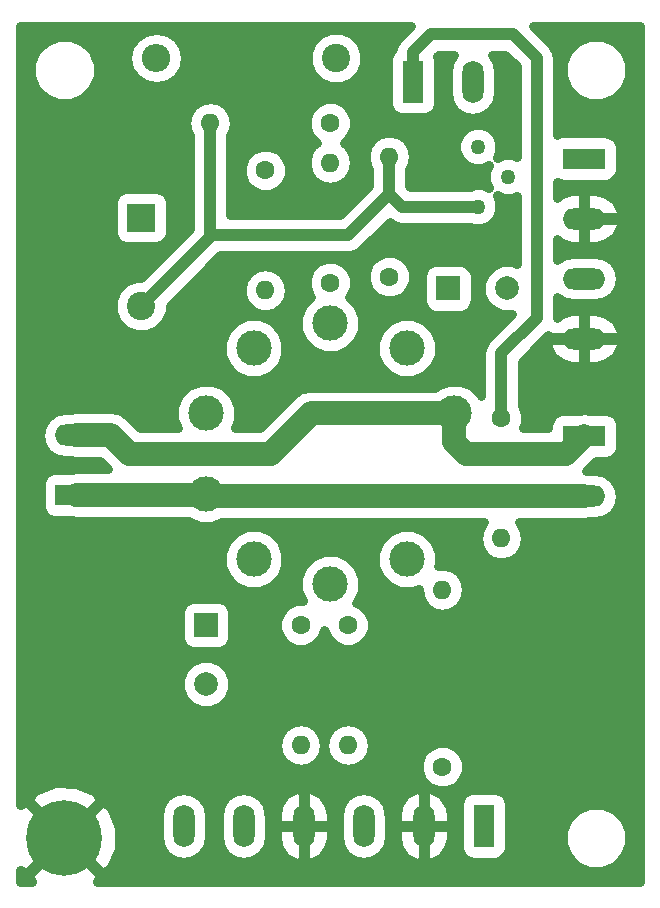
<source format=gbr>
G04 #@! TF.FileFunction,Copper,L1,Top,Signal*
%FSLAX46Y46*%
G04 Gerber Fmt 4.6, Leading zero omitted, Abs format (unit mm)*
G04 Created by KiCad (PCBNEW 4.0.6) date Friday, 28 July 2017 'PMt' 19:46:46*
%MOMM*%
%LPD*%
G01*
G04 APERTURE LIST*
%ADD10C,0.100000*%
%ADD11R,2.400000X2.400000*%
%ADD12C,2.400000*%
%ADD13C,1.600000*%
%ADD14O,1.600000X1.600000*%
%ADD15C,6.400000*%
%ADD16C,1.260000*%
%ADD17R,3.600000X1.800000*%
%ADD18O,3.600000X1.800000*%
%ADD19R,1.800000X3.600000*%
%ADD20O,1.800000X3.600000*%
%ADD21R,2.000000X2.000000*%
%ADD22C,2.000000*%
%ADD23C,3.000000*%
%ADD24O,2.400000X2.400000*%
%ADD25C,1.000000*%
%ADD26C,2.000000*%
%ADD27C,0.800000*%
G04 APERTURE END LIST*
D10*
D11*
X186500000Y-85000000D03*
D12*
X186500000Y-92500000D03*
D13*
X207500000Y-90000000D03*
D14*
X207500000Y-79840000D03*
D15*
X180000000Y-137500000D03*
D13*
X200000000Y-119500000D03*
D14*
X200000000Y-129660000D03*
D16*
X215000000Y-84080000D03*
X217540000Y-81540000D03*
X215000000Y-79000000D03*
D17*
X224000000Y-103500000D03*
D18*
X224000000Y-108580000D03*
D17*
X181000000Y-108500000D03*
D18*
X181000000Y-103420000D03*
D19*
X209500000Y-73500000D03*
D20*
X214580000Y-73500000D03*
D13*
X202500000Y-90500000D03*
D14*
X202500000Y-80340000D03*
D13*
X204000000Y-119500000D03*
D14*
X204000000Y-129660000D03*
D21*
X212500000Y-91000000D03*
D22*
X217500000Y-91000000D03*
D21*
X192000000Y-119500000D03*
D22*
X192000000Y-124500000D03*
D23*
X208989435Y-113931484D03*
X202500041Y-116040367D03*
X196010602Y-113931820D03*
X192000019Y-108411708D03*
X191999956Y-101588329D03*
X196010688Y-96068136D03*
X202499959Y-93959633D03*
X208989398Y-96068180D03*
X212999981Y-101588292D03*
D13*
X202500000Y-77000000D03*
D14*
X192340000Y-77000000D03*
D13*
X212000000Y-131500000D03*
D14*
X212000000Y-116500000D03*
D13*
X197000000Y-81000000D03*
D14*
X197000000Y-91160000D03*
D13*
X217000000Y-102000000D03*
D14*
X217000000Y-112160000D03*
D12*
X203000000Y-71500000D03*
D24*
X187760000Y-71500000D03*
D17*
X224000000Y-80000000D03*
D18*
X224000000Y-85080000D03*
X224000000Y-90160000D03*
X224000000Y-95240000D03*
D19*
X215500000Y-136500000D03*
D20*
X210420000Y-136500000D03*
X205340000Y-136500000D03*
X200260000Y-136500000D03*
X195180000Y-136500000D03*
X190100000Y-136500000D03*
D25*
X215000000Y-84080000D02*
X208580000Y-84080000D01*
X208580000Y-84080000D02*
X207500000Y-83000000D01*
X192340000Y-86500000D02*
X204000000Y-86500000D01*
X207500000Y-83000000D02*
X207500000Y-79840000D01*
X204000000Y-86500000D02*
X207500000Y-83000000D01*
X192340000Y-77000000D02*
X192340000Y-86500000D01*
X192340000Y-86500000D02*
X192340000Y-86660000D01*
X192340000Y-86660000D02*
X186500000Y-92500000D01*
X217000000Y-102000000D02*
X217000000Y-96500000D01*
X209500000Y-71000000D02*
X209500000Y-73500000D01*
X211000000Y-69500000D02*
X209500000Y-71000000D01*
X218000000Y-69500000D02*
X211000000Y-69500000D01*
X220000000Y-71500000D02*
X218000000Y-69500000D01*
X220000000Y-93500000D02*
X220000000Y-71500000D01*
X217000000Y-96500000D02*
X220000000Y-93500000D01*
D26*
X212999981Y-101588292D02*
X212999981Y-103999981D01*
X222500000Y-105000000D02*
X224000000Y-103500000D01*
X214000000Y-105000000D02*
X222500000Y-105000000D01*
X212999981Y-103999981D02*
X214000000Y-105000000D01*
X181000000Y-103420000D02*
X183920000Y-103420000D01*
X200911708Y-101588292D02*
X212999981Y-101588292D01*
X197500000Y-105000000D02*
X200911708Y-101588292D01*
X185500000Y-105000000D02*
X197500000Y-105000000D01*
X183920000Y-103420000D02*
X185500000Y-105000000D01*
X212999981Y-101588292D02*
X212999981Y-101611687D01*
X181000000Y-108500000D02*
X191911727Y-108500000D01*
X191911727Y-108500000D02*
X191991727Y-108580000D01*
X191991727Y-108580000D02*
X224000000Y-108580000D01*
X192168311Y-108580000D02*
X192000019Y-108411708D01*
X191911727Y-108500000D02*
X192000019Y-108411708D01*
X191911727Y-108500000D02*
X192000019Y-108411708D01*
X191911727Y-108500000D02*
X192000019Y-108411708D01*
D27*
G36*
X208297918Y-69797918D02*
X207929405Y-70349438D01*
X207848176Y-70757799D01*
X207746883Y-70822979D01*
X207472886Y-71223986D01*
X207376491Y-71700000D01*
X207376491Y-75300000D01*
X207460166Y-75744693D01*
X207722979Y-76153117D01*
X208123986Y-76427114D01*
X208600000Y-76523509D01*
X210400000Y-76523509D01*
X210844693Y-76439834D01*
X211253117Y-76177021D01*
X211527114Y-75776014D01*
X211623509Y-75300000D01*
X211623509Y-71700000D01*
X211557099Y-71347064D01*
X211704163Y-71200000D01*
X212999061Y-71200000D01*
X212639853Y-71737592D01*
X212480000Y-72541227D01*
X212480000Y-74458773D01*
X212639853Y-75262408D01*
X213095076Y-75943697D01*
X213776365Y-76398920D01*
X214580000Y-76558773D01*
X215383635Y-76398920D01*
X216064924Y-75943697D01*
X216520147Y-75262408D01*
X216680000Y-74458773D01*
X216680000Y-72541227D01*
X216520147Y-71737592D01*
X216160939Y-71200000D01*
X217295836Y-71200000D01*
X218300000Y-72204163D01*
X218300000Y-79874085D01*
X217905607Y-79710318D01*
X217177587Y-79709683D01*
X216585166Y-79954467D01*
X216829682Y-79365607D01*
X216830317Y-78637587D01*
X216552303Y-77964742D01*
X216037965Y-77449506D01*
X215365607Y-77170318D01*
X214637587Y-77169683D01*
X213964742Y-77447697D01*
X213449506Y-77962035D01*
X213170318Y-78634393D01*
X213169683Y-79362413D01*
X213447697Y-80035258D01*
X213962035Y-80550494D01*
X214634393Y-80829682D01*
X215362413Y-80830317D01*
X215954834Y-80585533D01*
X215710318Y-81174393D01*
X215709683Y-81902413D01*
X215954467Y-82494834D01*
X215365607Y-82250318D01*
X214637587Y-82249683D01*
X214322196Y-82380000D01*
X209284163Y-82380000D01*
X209200000Y-82295836D01*
X209200000Y-80865686D01*
X209347759Y-80644549D01*
X209500000Y-79879182D01*
X209500000Y-79800818D01*
X209347759Y-79035451D01*
X208914214Y-78386604D01*
X208265367Y-77953059D01*
X207500000Y-77800818D01*
X206734633Y-77953059D01*
X206085786Y-78386604D01*
X205652241Y-79035451D01*
X205500000Y-79800818D01*
X205500000Y-79879182D01*
X205652241Y-80644549D01*
X205800000Y-80865686D01*
X205800000Y-82295837D01*
X203295836Y-84800000D01*
X194040000Y-84800000D01*
X194040000Y-81396079D01*
X194999654Y-81396079D01*
X195303494Y-82131429D01*
X195865612Y-82694529D01*
X196600430Y-82999652D01*
X197396079Y-83000346D01*
X198131429Y-82696506D01*
X198694529Y-82134388D01*
X198999652Y-81399570D01*
X199000346Y-80603921D01*
X198696506Y-79868571D01*
X198134388Y-79305471D01*
X197399570Y-79000348D01*
X196603921Y-78999654D01*
X195868571Y-79303494D01*
X195305471Y-79865612D01*
X195000348Y-80600430D01*
X194999654Y-81396079D01*
X194040000Y-81396079D01*
X194040000Y-78045144D01*
X194226941Y-77765367D01*
X194300396Y-77396079D01*
X200499654Y-77396079D01*
X200803494Y-78131429D01*
X201365612Y-78694529D01*
X201370321Y-78696484D01*
X201085786Y-78886604D01*
X200652241Y-79535451D01*
X200500000Y-80300818D01*
X200500000Y-80379182D01*
X200652241Y-81144549D01*
X201085786Y-81793396D01*
X201734633Y-82226941D01*
X202500000Y-82379182D01*
X203265367Y-82226941D01*
X203914214Y-81793396D01*
X204347759Y-81144549D01*
X204500000Y-80379182D01*
X204500000Y-80300818D01*
X204347759Y-79535451D01*
X203914214Y-78886604D01*
X203630368Y-78696944D01*
X203631429Y-78696506D01*
X204194529Y-78134388D01*
X204499652Y-77399570D01*
X204500346Y-76603921D01*
X204196506Y-75868571D01*
X203634388Y-75305471D01*
X202899570Y-75000348D01*
X202103921Y-74999654D01*
X201368571Y-75303494D01*
X200805471Y-75865612D01*
X200500348Y-76600430D01*
X200499654Y-77396079D01*
X194300396Y-77396079D01*
X194379182Y-77000000D01*
X194226941Y-76234633D01*
X193793396Y-75585786D01*
X193144549Y-75152241D01*
X192379182Y-75000000D01*
X192300818Y-75000000D01*
X191535451Y-75152241D01*
X190886604Y-75585786D01*
X190453059Y-76234633D01*
X190300818Y-77000000D01*
X190453059Y-77765367D01*
X190640000Y-78045144D01*
X190640000Y-85955837D01*
X186495841Y-90099995D01*
X186024705Y-90099584D01*
X185142285Y-90464192D01*
X184466565Y-91138734D01*
X184100417Y-92020516D01*
X184099584Y-92975295D01*
X184464192Y-93857715D01*
X185138734Y-94533435D01*
X186020516Y-94899583D01*
X186975295Y-94900416D01*
X187857715Y-94535808D01*
X188533435Y-93861266D01*
X188899583Y-92979484D01*
X188899998Y-92504166D01*
X190283345Y-91120818D01*
X195000000Y-91120818D01*
X195000000Y-91199182D01*
X195152241Y-91964549D01*
X195585786Y-92613396D01*
X196234633Y-93046941D01*
X197000000Y-93199182D01*
X197765367Y-93046941D01*
X198414214Y-92613396D01*
X198847759Y-91964549D01*
X199000000Y-91199182D01*
X199000000Y-91120818D01*
X198847759Y-90355451D01*
X198414214Y-89706604D01*
X197765367Y-89273059D01*
X197000000Y-89120818D01*
X196234633Y-89273059D01*
X195585786Y-89706604D01*
X195152241Y-90355451D01*
X195000000Y-91120818D01*
X190283345Y-91120818D01*
X193204163Y-88200000D01*
X203999995Y-88200000D01*
X204000000Y-88200001D01*
X204650562Y-88070595D01*
X205202082Y-87702082D01*
X207524283Y-85379880D01*
X207929438Y-85650595D01*
X208037374Y-85672065D01*
X208580000Y-85780001D01*
X208580005Y-85780000D01*
X214322085Y-85780000D01*
X214634393Y-85909682D01*
X215362413Y-85910317D01*
X216035258Y-85632303D01*
X216550494Y-85117965D01*
X216829682Y-84445607D01*
X216830317Y-83717587D01*
X216585533Y-83125166D01*
X217174393Y-83369682D01*
X217902413Y-83370317D01*
X218300000Y-83206037D01*
X218300000Y-88950064D01*
X217939527Y-88800382D01*
X217064313Y-88799619D01*
X216255428Y-89133843D01*
X215636018Y-89752173D01*
X215300382Y-90560473D01*
X215299619Y-91435687D01*
X215633843Y-92244572D01*
X216252173Y-92863982D01*
X217060473Y-93199618D01*
X217895491Y-93200346D01*
X215797918Y-95297918D01*
X215429405Y-95849438D01*
X215299999Y-96500000D01*
X215300000Y-96500005D01*
X215300000Y-100084426D01*
X215290264Y-100060863D01*
X214531405Y-99300678D01*
X213539400Y-98888762D01*
X212465274Y-98887824D01*
X211472552Y-99298009D01*
X211382111Y-99388292D01*
X200911708Y-99388292D01*
X200069805Y-99555756D01*
X199356073Y-100032657D01*
X196588730Y-102800000D01*
X194420343Y-102800000D01*
X194699486Y-102127748D01*
X194700424Y-101053622D01*
X194290239Y-100060900D01*
X193531380Y-99300715D01*
X192539375Y-98888799D01*
X191465249Y-98887861D01*
X190472527Y-99298046D01*
X189712342Y-100056905D01*
X189300426Y-101048910D01*
X189299488Y-102123036D01*
X189579204Y-102800000D01*
X186411270Y-102800000D01*
X185475635Y-101864365D01*
X184761904Y-101387465D01*
X183920000Y-101220000D01*
X181000000Y-101220000D01*
X180497266Y-101320000D01*
X180041227Y-101320000D01*
X179237592Y-101479853D01*
X178556303Y-101935076D01*
X178101080Y-102616365D01*
X177941227Y-103420000D01*
X178101080Y-104223635D01*
X178556303Y-104904924D01*
X179237592Y-105360147D01*
X180041227Y-105520000D01*
X180497266Y-105520000D01*
X181000000Y-105620000D01*
X183008730Y-105620000D01*
X183688730Y-106300000D01*
X181000000Y-106300000D01*
X180615454Y-106376491D01*
X179200000Y-106376491D01*
X178755307Y-106460166D01*
X178346883Y-106722979D01*
X178072886Y-107123986D01*
X177976491Y-107600000D01*
X177976491Y-109400000D01*
X178060166Y-109844693D01*
X178322979Y-110253117D01*
X178723986Y-110527114D01*
X179200000Y-110623509D01*
X180615454Y-110623509D01*
X181000000Y-110700000D01*
X190470228Y-110700000D01*
X191460600Y-111111238D01*
X192534726Y-111112176D01*
X193338652Y-110780000D01*
X215536744Y-110780000D01*
X215152241Y-111355451D01*
X215000000Y-112120818D01*
X215000000Y-112199182D01*
X215152241Y-112964549D01*
X215585786Y-113613396D01*
X216234633Y-114046941D01*
X217000000Y-114199182D01*
X217765367Y-114046941D01*
X218414214Y-113613396D01*
X218847759Y-112964549D01*
X219000000Y-112199182D01*
X219000000Y-112120818D01*
X218847759Y-111355451D01*
X218463256Y-110780000D01*
X224000000Y-110780000D01*
X224502734Y-110680000D01*
X224958773Y-110680000D01*
X225762408Y-110520147D01*
X226443697Y-110064924D01*
X226898920Y-109383635D01*
X227058773Y-108580000D01*
X226898920Y-107776365D01*
X226443697Y-107095076D01*
X225762408Y-106639853D01*
X224958773Y-106480000D01*
X224502734Y-106480000D01*
X224192900Y-106418370D01*
X224987761Y-105623509D01*
X225800000Y-105623509D01*
X226244693Y-105539834D01*
X226653117Y-105277021D01*
X226927114Y-104876014D01*
X227023509Y-104400000D01*
X227023509Y-102600000D01*
X226939834Y-102155307D01*
X226677021Y-101746883D01*
X226276014Y-101472886D01*
X225800000Y-101376491D01*
X224384546Y-101376491D01*
X224000000Y-101300000D01*
X223615454Y-101376491D01*
X222200000Y-101376491D01*
X221755307Y-101460166D01*
X221346883Y-101722979D01*
X221072886Y-102123986D01*
X220976491Y-102600000D01*
X220976491Y-102800000D01*
X218833379Y-102800000D01*
X218999652Y-102399570D01*
X219000346Y-101603921D01*
X218700000Y-100877027D01*
X218700000Y-97204164D01*
X220205935Y-95698228D01*
X220846108Y-95698228D01*
X220936808Y-96027784D01*
X221402943Y-96795635D01*
X222127440Y-97326655D01*
X223000000Y-97540000D01*
X223900000Y-97540000D01*
X223900000Y-95340000D01*
X224100000Y-95340000D01*
X224100000Y-97540000D01*
X225000000Y-97540000D01*
X225872560Y-97326655D01*
X226597057Y-96795635D01*
X227063192Y-96027784D01*
X227153892Y-95698228D01*
X226847434Y-95340000D01*
X224100000Y-95340000D01*
X223900000Y-95340000D01*
X221152566Y-95340000D01*
X220846108Y-95698228D01*
X220205935Y-95698228D01*
X220973490Y-94930673D01*
X221152566Y-95140000D01*
X223900000Y-95140000D01*
X223900000Y-92940000D01*
X224100000Y-92940000D01*
X224100000Y-95140000D01*
X226847434Y-95140000D01*
X227153892Y-94781772D01*
X227063192Y-94452216D01*
X226597057Y-93684365D01*
X225872560Y-93153345D01*
X225000000Y-92940000D01*
X224100000Y-92940000D01*
X223900000Y-92940000D01*
X223000000Y-92940000D01*
X222127440Y-93153345D01*
X221700000Y-93466637D01*
X221700000Y-91740939D01*
X222237592Y-92100147D01*
X223041227Y-92260000D01*
X224958773Y-92260000D01*
X225762408Y-92100147D01*
X226443697Y-91644924D01*
X226898920Y-90963635D01*
X227058773Y-90160000D01*
X226898920Y-89356365D01*
X226443697Y-88675076D01*
X225762408Y-88219853D01*
X224958773Y-88060000D01*
X223041227Y-88060000D01*
X222237592Y-88219853D01*
X221700000Y-88579061D01*
X221700000Y-86853363D01*
X222127440Y-87166655D01*
X223000000Y-87380000D01*
X223900000Y-87380000D01*
X223900000Y-85180000D01*
X224100000Y-85180000D01*
X224100000Y-87380000D01*
X225000000Y-87380000D01*
X225872560Y-87166655D01*
X226597057Y-86635635D01*
X227063192Y-85867784D01*
X227153892Y-85538228D01*
X226847434Y-85180000D01*
X224100000Y-85180000D01*
X223900000Y-85180000D01*
X223880000Y-85180000D01*
X223880000Y-84980000D01*
X223900000Y-84980000D01*
X223900000Y-82780000D01*
X224100000Y-82780000D01*
X224100000Y-84980000D01*
X226847434Y-84980000D01*
X227153892Y-84621772D01*
X227063192Y-84292216D01*
X226597057Y-83524365D01*
X225872560Y-82993345D01*
X225000000Y-82780000D01*
X224100000Y-82780000D01*
X223900000Y-82780000D01*
X223000000Y-82780000D01*
X222127440Y-82993345D01*
X221700000Y-83306637D01*
X221700000Y-82010725D01*
X221723986Y-82027114D01*
X222200000Y-82123509D01*
X225800000Y-82123509D01*
X226244693Y-82039834D01*
X226653117Y-81777021D01*
X226927114Y-81376014D01*
X227023509Y-80900000D01*
X227023509Y-79100000D01*
X226939834Y-78655307D01*
X226677021Y-78246883D01*
X226276014Y-77972886D01*
X225800000Y-77876491D01*
X222200000Y-77876491D01*
X221755307Y-77960166D01*
X221700000Y-77995755D01*
X221700000Y-73054511D01*
X222199515Y-73054511D01*
X222624892Y-74084000D01*
X223411857Y-74872340D01*
X224440602Y-75299513D01*
X225554511Y-75300485D01*
X226584000Y-74875108D01*
X227372340Y-74088143D01*
X227799513Y-73059398D01*
X227800485Y-71945489D01*
X227375108Y-70916000D01*
X226588143Y-70127660D01*
X225559398Y-69700487D01*
X224445489Y-69699515D01*
X223416000Y-70124892D01*
X222627660Y-70911857D01*
X222200487Y-71940602D01*
X222199515Y-73054511D01*
X221700000Y-73054511D01*
X221700000Y-71500005D01*
X221700001Y-71500000D01*
X221570595Y-70849438D01*
X221472135Y-70702082D01*
X221202082Y-70297918D01*
X221202079Y-70297916D01*
X219679164Y-68775000D01*
X228725000Y-68775000D01*
X228725000Y-141225000D01*
X182732734Y-141225000D01*
X182997402Y-140638824D01*
X180000000Y-137641421D01*
X177002598Y-140638824D01*
X177267266Y-141225000D01*
X176275000Y-141225000D01*
X176275000Y-140232734D01*
X176861176Y-140497402D01*
X179858579Y-137500000D01*
X180141421Y-137500000D01*
X183138824Y-140497402D01*
X183852302Y-140175255D01*
X184582839Y-138497402D01*
X184615681Y-136667703D01*
X184172593Y-135541227D01*
X188000000Y-135541227D01*
X188000000Y-137458773D01*
X188159853Y-138262408D01*
X188615076Y-138943697D01*
X189296365Y-139398920D01*
X190100000Y-139558773D01*
X190903635Y-139398920D01*
X191584924Y-138943697D01*
X192040147Y-138262408D01*
X192200000Y-137458773D01*
X192200000Y-135541227D01*
X193080000Y-135541227D01*
X193080000Y-137458773D01*
X193239853Y-138262408D01*
X193695076Y-138943697D01*
X194376365Y-139398920D01*
X195180000Y-139558773D01*
X195983635Y-139398920D01*
X196664924Y-138943697D01*
X197120147Y-138262408D01*
X197280000Y-137458773D01*
X197280000Y-136600000D01*
X197960000Y-136600000D01*
X197960000Y-137500000D01*
X198173345Y-138372560D01*
X198704365Y-139097057D01*
X199472216Y-139563192D01*
X199801772Y-139653892D01*
X200160000Y-139347434D01*
X200160000Y-136600000D01*
X200360000Y-136600000D01*
X200360000Y-139347434D01*
X200718228Y-139653892D01*
X201047784Y-139563192D01*
X201815635Y-139097057D01*
X202346655Y-138372560D01*
X202560000Y-137500000D01*
X202560000Y-136600000D01*
X200360000Y-136600000D01*
X200160000Y-136600000D01*
X197960000Y-136600000D01*
X197280000Y-136600000D01*
X197280000Y-135541227D01*
X197271800Y-135500000D01*
X197960000Y-135500000D01*
X197960000Y-136400000D01*
X200160000Y-136400000D01*
X200160000Y-133652566D01*
X200360000Y-133652566D01*
X200360000Y-136400000D01*
X202560000Y-136400000D01*
X202560000Y-135541227D01*
X203240000Y-135541227D01*
X203240000Y-137458773D01*
X203399853Y-138262408D01*
X203855076Y-138943697D01*
X204536365Y-139398920D01*
X205340000Y-139558773D01*
X206143635Y-139398920D01*
X206824924Y-138943697D01*
X207280147Y-138262408D01*
X207440000Y-137458773D01*
X207440000Y-136600000D01*
X208120000Y-136600000D01*
X208120000Y-137500000D01*
X208333345Y-138372560D01*
X208864365Y-139097057D01*
X209632216Y-139563192D01*
X209961772Y-139653892D01*
X210320000Y-139347434D01*
X210320000Y-136600000D01*
X210520000Y-136600000D01*
X210520000Y-139347434D01*
X210878228Y-139653892D01*
X211207784Y-139563192D01*
X211975635Y-139097057D01*
X212506655Y-138372560D01*
X212720000Y-137500000D01*
X212720000Y-136600000D01*
X210520000Y-136600000D01*
X210320000Y-136600000D01*
X208120000Y-136600000D01*
X207440000Y-136600000D01*
X207440000Y-135541227D01*
X207431800Y-135500000D01*
X208120000Y-135500000D01*
X208120000Y-136400000D01*
X210320000Y-136400000D01*
X210320000Y-133652566D01*
X210520000Y-133652566D01*
X210520000Y-136400000D01*
X212720000Y-136400000D01*
X212720000Y-135500000D01*
X212524397Y-134700000D01*
X213376491Y-134700000D01*
X213376491Y-138300000D01*
X213460166Y-138744693D01*
X213722979Y-139153117D01*
X214123986Y-139427114D01*
X214600000Y-139523509D01*
X216400000Y-139523509D01*
X216844693Y-139439834D01*
X217253117Y-139177021D01*
X217527114Y-138776014D01*
X217623509Y-138300000D01*
X217623509Y-138054511D01*
X222199515Y-138054511D01*
X222624892Y-139084000D01*
X223411857Y-139872340D01*
X224440602Y-140299513D01*
X225554511Y-140300485D01*
X226584000Y-139875108D01*
X227372340Y-139088143D01*
X227799513Y-138059398D01*
X227800485Y-136945489D01*
X227375108Y-135916000D01*
X226588143Y-135127660D01*
X225559398Y-134700487D01*
X224445489Y-134699515D01*
X223416000Y-135124892D01*
X222627660Y-135911857D01*
X222200487Y-136940602D01*
X222199515Y-138054511D01*
X217623509Y-138054511D01*
X217623509Y-134700000D01*
X217539834Y-134255307D01*
X217277021Y-133846883D01*
X216876014Y-133572886D01*
X216400000Y-133476491D01*
X214600000Y-133476491D01*
X214155307Y-133560166D01*
X213746883Y-133822979D01*
X213472886Y-134223986D01*
X213376491Y-134700000D01*
X212524397Y-134700000D01*
X212506655Y-134627440D01*
X211975635Y-133902943D01*
X211207784Y-133436808D01*
X210878228Y-133346108D01*
X210520000Y-133652566D01*
X210320000Y-133652566D01*
X209961772Y-133346108D01*
X209632216Y-133436808D01*
X208864365Y-133902943D01*
X208333345Y-134627440D01*
X208120000Y-135500000D01*
X207431800Y-135500000D01*
X207280147Y-134737592D01*
X206824924Y-134056303D01*
X206143635Y-133601080D01*
X205340000Y-133441227D01*
X204536365Y-133601080D01*
X203855076Y-134056303D01*
X203399853Y-134737592D01*
X203240000Y-135541227D01*
X202560000Y-135541227D01*
X202560000Y-135500000D01*
X202346655Y-134627440D01*
X201815635Y-133902943D01*
X201047784Y-133436808D01*
X200718228Y-133346108D01*
X200360000Y-133652566D01*
X200160000Y-133652566D01*
X199801772Y-133346108D01*
X199472216Y-133436808D01*
X198704365Y-133902943D01*
X198173345Y-134627440D01*
X197960000Y-135500000D01*
X197271800Y-135500000D01*
X197120147Y-134737592D01*
X196664924Y-134056303D01*
X195983635Y-133601080D01*
X195180000Y-133441227D01*
X194376365Y-133601080D01*
X193695076Y-134056303D01*
X193239853Y-134737592D01*
X193080000Y-135541227D01*
X192200000Y-135541227D01*
X192040147Y-134737592D01*
X191584924Y-134056303D01*
X190903635Y-133601080D01*
X190100000Y-133441227D01*
X189296365Y-133601080D01*
X188615076Y-134056303D01*
X188159853Y-134737592D01*
X188000000Y-135541227D01*
X184172593Y-135541227D01*
X183945826Y-134964713D01*
X183852302Y-134824745D01*
X183138824Y-134502598D01*
X180141421Y-137500000D01*
X179858579Y-137500000D01*
X176861176Y-134502598D01*
X176275000Y-134767266D01*
X176275000Y-134361176D01*
X177002598Y-134361176D01*
X180000000Y-137358579D01*
X182997402Y-134361176D01*
X182675255Y-133647698D01*
X180997402Y-132917161D01*
X179167703Y-132884319D01*
X177464713Y-133554174D01*
X177324745Y-133647698D01*
X177002598Y-134361176D01*
X176275000Y-134361176D01*
X176275000Y-131896079D01*
X209999654Y-131896079D01*
X210303494Y-132631429D01*
X210865612Y-133194529D01*
X211600430Y-133499652D01*
X212396079Y-133500346D01*
X213131429Y-133196506D01*
X213694529Y-132634388D01*
X213999652Y-131899570D01*
X214000346Y-131103921D01*
X213696506Y-130368571D01*
X213134388Y-129805471D01*
X212399570Y-129500348D01*
X211603921Y-129499654D01*
X210868571Y-129803494D01*
X210305471Y-130365612D01*
X210000348Y-131100430D01*
X209999654Y-131896079D01*
X176275000Y-131896079D01*
X176275000Y-129620818D01*
X198000000Y-129620818D01*
X198000000Y-129699182D01*
X198152241Y-130464549D01*
X198585786Y-131113396D01*
X199234633Y-131546941D01*
X200000000Y-131699182D01*
X200765367Y-131546941D01*
X201414214Y-131113396D01*
X201847759Y-130464549D01*
X202000000Y-129699182D01*
X202152241Y-130464549D01*
X202585786Y-131113396D01*
X203234633Y-131546941D01*
X204000000Y-131699182D01*
X204765367Y-131546941D01*
X205414214Y-131113396D01*
X205847759Y-130464549D01*
X206000000Y-129699182D01*
X206000000Y-129620818D01*
X205847759Y-128855451D01*
X205414214Y-128206604D01*
X204765367Y-127773059D01*
X204000000Y-127620818D01*
X203234633Y-127773059D01*
X202585786Y-128206604D01*
X202152241Y-128855451D01*
X202000000Y-129620818D01*
X201847759Y-128855451D01*
X201414214Y-128206604D01*
X200765367Y-127773059D01*
X200000000Y-127620818D01*
X199234633Y-127773059D01*
X198585786Y-128206604D01*
X198152241Y-128855451D01*
X198000000Y-129620818D01*
X176275000Y-129620818D01*
X176275000Y-124935687D01*
X189799619Y-124935687D01*
X190133843Y-125744572D01*
X190752173Y-126363982D01*
X191560473Y-126699618D01*
X192435687Y-126700381D01*
X193244572Y-126366157D01*
X193863982Y-125747827D01*
X194199618Y-124939527D01*
X194200381Y-124064313D01*
X193866157Y-123255428D01*
X193247827Y-122636018D01*
X192439527Y-122300382D01*
X191564313Y-122299619D01*
X190755428Y-122633843D01*
X190136018Y-123252173D01*
X189800382Y-124060473D01*
X189799619Y-124935687D01*
X176275000Y-124935687D01*
X176275000Y-118500000D01*
X189776491Y-118500000D01*
X189776491Y-120500000D01*
X189860166Y-120944693D01*
X190122979Y-121353117D01*
X190523986Y-121627114D01*
X191000000Y-121723509D01*
X193000000Y-121723509D01*
X193444693Y-121639834D01*
X193853117Y-121377021D01*
X194127114Y-120976014D01*
X194223509Y-120500000D01*
X194223509Y-119896079D01*
X197999654Y-119896079D01*
X198303494Y-120631429D01*
X198865612Y-121194529D01*
X199600430Y-121499652D01*
X200396079Y-121500346D01*
X201131429Y-121196506D01*
X201694529Y-120634388D01*
X201999652Y-119899570D01*
X201999655Y-119896082D01*
X202303494Y-120631429D01*
X202865612Y-121194529D01*
X203600430Y-121499652D01*
X204396079Y-121500346D01*
X205131429Y-121196506D01*
X205694529Y-120634388D01*
X205999652Y-119899570D01*
X206000346Y-119103921D01*
X205696506Y-118368571D01*
X205134388Y-117805471D01*
X204724192Y-117635143D01*
X204787655Y-117571791D01*
X205199571Y-116579786D01*
X205200509Y-115505660D01*
X204790324Y-114512938D01*
X204743659Y-114466191D01*
X206288967Y-114466191D01*
X206699152Y-115458913D01*
X207458011Y-116219098D01*
X208450016Y-116631014D01*
X209524142Y-116631952D01*
X210005524Y-116433049D01*
X210000000Y-116460818D01*
X210000000Y-116539182D01*
X210152241Y-117304549D01*
X210585786Y-117953396D01*
X211234633Y-118386941D01*
X212000000Y-118539182D01*
X212765367Y-118386941D01*
X213414214Y-117953396D01*
X213847759Y-117304549D01*
X214000000Y-116539182D01*
X214000000Y-116460818D01*
X213847759Y-115695451D01*
X213414214Y-115046604D01*
X212765367Y-114613059D01*
X212000000Y-114460818D01*
X211665527Y-114527349D01*
X211688965Y-114470903D01*
X211689903Y-113396777D01*
X211279718Y-112404055D01*
X210520859Y-111643870D01*
X209528854Y-111231954D01*
X208454728Y-111231016D01*
X207462006Y-111641201D01*
X206701821Y-112400060D01*
X206289905Y-113392065D01*
X206288967Y-114466191D01*
X204743659Y-114466191D01*
X204031465Y-113752753D01*
X203039460Y-113340837D01*
X201965334Y-113339899D01*
X200972612Y-113750084D01*
X200212427Y-114508943D01*
X199800511Y-115500948D01*
X199799573Y-116575074D01*
X200181811Y-117500158D01*
X199603921Y-117499654D01*
X198868571Y-117803494D01*
X198305471Y-118365612D01*
X198000348Y-119100430D01*
X197999654Y-119896079D01*
X194223509Y-119896079D01*
X194223509Y-118500000D01*
X194139834Y-118055307D01*
X193877021Y-117646883D01*
X193476014Y-117372886D01*
X193000000Y-117276491D01*
X191000000Y-117276491D01*
X190555307Y-117360166D01*
X190146883Y-117622979D01*
X189872886Y-118023986D01*
X189776491Y-118500000D01*
X176275000Y-118500000D01*
X176275000Y-114466527D01*
X193310134Y-114466527D01*
X193720319Y-115459249D01*
X194479178Y-116219434D01*
X195471183Y-116631350D01*
X196545309Y-116632288D01*
X197538031Y-116222103D01*
X198298216Y-115463244D01*
X198710132Y-114471239D01*
X198711070Y-113397113D01*
X198300885Y-112404391D01*
X197542026Y-111644206D01*
X196550021Y-111232290D01*
X195475895Y-111231352D01*
X194483173Y-111641537D01*
X193722988Y-112400396D01*
X193311072Y-113392401D01*
X193310134Y-114466527D01*
X176275000Y-114466527D01*
X176275000Y-96602843D01*
X193310220Y-96602843D01*
X193720405Y-97595565D01*
X194479264Y-98355750D01*
X195471269Y-98767666D01*
X196545395Y-98768604D01*
X197538117Y-98358419D01*
X198298302Y-97599560D01*
X198710218Y-96607555D01*
X198711156Y-95533429D01*
X198300971Y-94540707D01*
X198254685Y-94494340D01*
X199799491Y-94494340D01*
X200209676Y-95487062D01*
X200968535Y-96247247D01*
X201960540Y-96659163D01*
X203034666Y-96660101D01*
X203173134Y-96602887D01*
X206288930Y-96602887D01*
X206699115Y-97595609D01*
X207457974Y-98355794D01*
X208449979Y-98767710D01*
X209524105Y-98768648D01*
X210516827Y-98358463D01*
X211277012Y-97599604D01*
X211688928Y-96607599D01*
X211689866Y-95533473D01*
X211279681Y-94540751D01*
X210520822Y-93780566D01*
X209528817Y-93368650D01*
X208454691Y-93367712D01*
X207461969Y-93777897D01*
X206701784Y-94536756D01*
X206289868Y-95528761D01*
X206288930Y-96602887D01*
X203173134Y-96602887D01*
X204027388Y-96249916D01*
X204787573Y-95491057D01*
X205199489Y-94499052D01*
X205200427Y-93424926D01*
X204790242Y-92432204D01*
X204093998Y-91734744D01*
X204194529Y-91634388D01*
X204499652Y-90899570D01*
X204500091Y-90396079D01*
X205499654Y-90396079D01*
X205803494Y-91131429D01*
X206365612Y-91694529D01*
X207100430Y-91999652D01*
X207896079Y-92000346D01*
X208631429Y-91696506D01*
X209194529Y-91134388D01*
X209499652Y-90399570D01*
X209500000Y-90000000D01*
X210276491Y-90000000D01*
X210276491Y-92000000D01*
X210360166Y-92444693D01*
X210622979Y-92853117D01*
X211023986Y-93127114D01*
X211500000Y-93223509D01*
X213500000Y-93223509D01*
X213944693Y-93139834D01*
X214353117Y-92877021D01*
X214627114Y-92476014D01*
X214723509Y-92000000D01*
X214723509Y-90000000D01*
X214639834Y-89555307D01*
X214377021Y-89146883D01*
X213976014Y-88872886D01*
X213500000Y-88776491D01*
X211500000Y-88776491D01*
X211055307Y-88860166D01*
X210646883Y-89122979D01*
X210372886Y-89523986D01*
X210276491Y-90000000D01*
X209500000Y-90000000D01*
X209500346Y-89603921D01*
X209196506Y-88868571D01*
X208634388Y-88305471D01*
X207899570Y-88000348D01*
X207103921Y-87999654D01*
X206368571Y-88303494D01*
X205805471Y-88865612D01*
X205500348Y-89600430D01*
X205499654Y-90396079D01*
X204500091Y-90396079D01*
X204500346Y-90103921D01*
X204196506Y-89368571D01*
X203634388Y-88805471D01*
X202899570Y-88500348D01*
X202103921Y-88499654D01*
X201368571Y-88803494D01*
X200805471Y-89365612D01*
X200500348Y-90100430D01*
X200499654Y-90896079D01*
X200803494Y-91631429D01*
X200906825Y-91734940D01*
X200212345Y-92428209D01*
X199800429Y-93420214D01*
X199799491Y-94494340D01*
X198254685Y-94494340D01*
X197542112Y-93780522D01*
X196550107Y-93368606D01*
X195475981Y-93367668D01*
X194483259Y-93777853D01*
X193723074Y-94536712D01*
X193311158Y-95528717D01*
X193310220Y-96602843D01*
X176275000Y-96602843D01*
X176275000Y-83800000D01*
X184076491Y-83800000D01*
X184076491Y-86200000D01*
X184160166Y-86644693D01*
X184422979Y-87053117D01*
X184823986Y-87327114D01*
X185300000Y-87423509D01*
X187700000Y-87423509D01*
X188144693Y-87339834D01*
X188553117Y-87077021D01*
X188827114Y-86676014D01*
X188923509Y-86200000D01*
X188923509Y-83800000D01*
X188839834Y-83355307D01*
X188577021Y-82946883D01*
X188176014Y-82672886D01*
X187700000Y-82576491D01*
X185300000Y-82576491D01*
X184855307Y-82660166D01*
X184446883Y-82922979D01*
X184172886Y-83323986D01*
X184076491Y-83800000D01*
X176275000Y-83800000D01*
X176275000Y-73054511D01*
X177199515Y-73054511D01*
X177624892Y-74084000D01*
X178411857Y-74872340D01*
X179440602Y-75299513D01*
X180554511Y-75300485D01*
X181584000Y-74875108D01*
X182372340Y-74088143D01*
X182799513Y-73059398D01*
X182800485Y-71945489D01*
X182616413Y-71500000D01*
X185312981Y-71500000D01*
X185495670Y-72418440D01*
X186015925Y-73197056D01*
X186794541Y-73717311D01*
X187712981Y-73900000D01*
X187807019Y-73900000D01*
X188725459Y-73717311D01*
X189504075Y-73197056D01*
X190024330Y-72418440D01*
X190112476Y-71975295D01*
X200599584Y-71975295D01*
X200964192Y-72857715D01*
X201638734Y-73533435D01*
X202520516Y-73899583D01*
X203475295Y-73900416D01*
X204357715Y-73535808D01*
X205033435Y-72861266D01*
X205399583Y-71979484D01*
X205400416Y-71024705D01*
X205035808Y-70142285D01*
X204361266Y-69466565D01*
X203479484Y-69100417D01*
X202524705Y-69099584D01*
X201642285Y-69464192D01*
X200966565Y-70138734D01*
X200600417Y-71020516D01*
X200599584Y-71975295D01*
X190112476Y-71975295D01*
X190207019Y-71500000D01*
X190024330Y-70581560D01*
X189504075Y-69802944D01*
X188725459Y-69282689D01*
X187807019Y-69100000D01*
X187712981Y-69100000D01*
X186794541Y-69282689D01*
X186015925Y-69802944D01*
X185495670Y-70581560D01*
X185312981Y-71500000D01*
X182616413Y-71500000D01*
X182375108Y-70916000D01*
X181588143Y-70127660D01*
X180559398Y-69700487D01*
X179445489Y-69699515D01*
X178416000Y-70124892D01*
X177627660Y-70911857D01*
X177200487Y-71940602D01*
X177199515Y-73054511D01*
X176275000Y-73054511D01*
X176275000Y-68775000D01*
X209320837Y-68775000D01*
X208297918Y-69797918D01*
X208297918Y-69797918D01*
G37*
X208297918Y-69797918D02*
X207929405Y-70349438D01*
X207848176Y-70757799D01*
X207746883Y-70822979D01*
X207472886Y-71223986D01*
X207376491Y-71700000D01*
X207376491Y-75300000D01*
X207460166Y-75744693D01*
X207722979Y-76153117D01*
X208123986Y-76427114D01*
X208600000Y-76523509D01*
X210400000Y-76523509D01*
X210844693Y-76439834D01*
X211253117Y-76177021D01*
X211527114Y-75776014D01*
X211623509Y-75300000D01*
X211623509Y-71700000D01*
X211557099Y-71347064D01*
X211704163Y-71200000D01*
X212999061Y-71200000D01*
X212639853Y-71737592D01*
X212480000Y-72541227D01*
X212480000Y-74458773D01*
X212639853Y-75262408D01*
X213095076Y-75943697D01*
X213776365Y-76398920D01*
X214580000Y-76558773D01*
X215383635Y-76398920D01*
X216064924Y-75943697D01*
X216520147Y-75262408D01*
X216680000Y-74458773D01*
X216680000Y-72541227D01*
X216520147Y-71737592D01*
X216160939Y-71200000D01*
X217295836Y-71200000D01*
X218300000Y-72204163D01*
X218300000Y-79874085D01*
X217905607Y-79710318D01*
X217177587Y-79709683D01*
X216585166Y-79954467D01*
X216829682Y-79365607D01*
X216830317Y-78637587D01*
X216552303Y-77964742D01*
X216037965Y-77449506D01*
X215365607Y-77170318D01*
X214637587Y-77169683D01*
X213964742Y-77447697D01*
X213449506Y-77962035D01*
X213170318Y-78634393D01*
X213169683Y-79362413D01*
X213447697Y-80035258D01*
X213962035Y-80550494D01*
X214634393Y-80829682D01*
X215362413Y-80830317D01*
X215954834Y-80585533D01*
X215710318Y-81174393D01*
X215709683Y-81902413D01*
X215954467Y-82494834D01*
X215365607Y-82250318D01*
X214637587Y-82249683D01*
X214322196Y-82380000D01*
X209284163Y-82380000D01*
X209200000Y-82295836D01*
X209200000Y-80865686D01*
X209347759Y-80644549D01*
X209500000Y-79879182D01*
X209500000Y-79800818D01*
X209347759Y-79035451D01*
X208914214Y-78386604D01*
X208265367Y-77953059D01*
X207500000Y-77800818D01*
X206734633Y-77953059D01*
X206085786Y-78386604D01*
X205652241Y-79035451D01*
X205500000Y-79800818D01*
X205500000Y-79879182D01*
X205652241Y-80644549D01*
X205800000Y-80865686D01*
X205800000Y-82295837D01*
X203295836Y-84800000D01*
X194040000Y-84800000D01*
X194040000Y-81396079D01*
X194999654Y-81396079D01*
X195303494Y-82131429D01*
X195865612Y-82694529D01*
X196600430Y-82999652D01*
X197396079Y-83000346D01*
X198131429Y-82696506D01*
X198694529Y-82134388D01*
X198999652Y-81399570D01*
X199000346Y-80603921D01*
X198696506Y-79868571D01*
X198134388Y-79305471D01*
X197399570Y-79000348D01*
X196603921Y-78999654D01*
X195868571Y-79303494D01*
X195305471Y-79865612D01*
X195000348Y-80600430D01*
X194999654Y-81396079D01*
X194040000Y-81396079D01*
X194040000Y-78045144D01*
X194226941Y-77765367D01*
X194300396Y-77396079D01*
X200499654Y-77396079D01*
X200803494Y-78131429D01*
X201365612Y-78694529D01*
X201370321Y-78696484D01*
X201085786Y-78886604D01*
X200652241Y-79535451D01*
X200500000Y-80300818D01*
X200500000Y-80379182D01*
X200652241Y-81144549D01*
X201085786Y-81793396D01*
X201734633Y-82226941D01*
X202500000Y-82379182D01*
X203265367Y-82226941D01*
X203914214Y-81793396D01*
X204347759Y-81144549D01*
X204500000Y-80379182D01*
X204500000Y-80300818D01*
X204347759Y-79535451D01*
X203914214Y-78886604D01*
X203630368Y-78696944D01*
X203631429Y-78696506D01*
X204194529Y-78134388D01*
X204499652Y-77399570D01*
X204500346Y-76603921D01*
X204196506Y-75868571D01*
X203634388Y-75305471D01*
X202899570Y-75000348D01*
X202103921Y-74999654D01*
X201368571Y-75303494D01*
X200805471Y-75865612D01*
X200500348Y-76600430D01*
X200499654Y-77396079D01*
X194300396Y-77396079D01*
X194379182Y-77000000D01*
X194226941Y-76234633D01*
X193793396Y-75585786D01*
X193144549Y-75152241D01*
X192379182Y-75000000D01*
X192300818Y-75000000D01*
X191535451Y-75152241D01*
X190886604Y-75585786D01*
X190453059Y-76234633D01*
X190300818Y-77000000D01*
X190453059Y-77765367D01*
X190640000Y-78045144D01*
X190640000Y-85955837D01*
X186495841Y-90099995D01*
X186024705Y-90099584D01*
X185142285Y-90464192D01*
X184466565Y-91138734D01*
X184100417Y-92020516D01*
X184099584Y-92975295D01*
X184464192Y-93857715D01*
X185138734Y-94533435D01*
X186020516Y-94899583D01*
X186975295Y-94900416D01*
X187857715Y-94535808D01*
X188533435Y-93861266D01*
X188899583Y-92979484D01*
X188899998Y-92504166D01*
X190283345Y-91120818D01*
X195000000Y-91120818D01*
X195000000Y-91199182D01*
X195152241Y-91964549D01*
X195585786Y-92613396D01*
X196234633Y-93046941D01*
X197000000Y-93199182D01*
X197765367Y-93046941D01*
X198414214Y-92613396D01*
X198847759Y-91964549D01*
X199000000Y-91199182D01*
X199000000Y-91120818D01*
X198847759Y-90355451D01*
X198414214Y-89706604D01*
X197765367Y-89273059D01*
X197000000Y-89120818D01*
X196234633Y-89273059D01*
X195585786Y-89706604D01*
X195152241Y-90355451D01*
X195000000Y-91120818D01*
X190283345Y-91120818D01*
X193204163Y-88200000D01*
X203999995Y-88200000D01*
X204000000Y-88200001D01*
X204650562Y-88070595D01*
X205202082Y-87702082D01*
X207524283Y-85379880D01*
X207929438Y-85650595D01*
X208037374Y-85672065D01*
X208580000Y-85780001D01*
X208580005Y-85780000D01*
X214322085Y-85780000D01*
X214634393Y-85909682D01*
X215362413Y-85910317D01*
X216035258Y-85632303D01*
X216550494Y-85117965D01*
X216829682Y-84445607D01*
X216830317Y-83717587D01*
X216585533Y-83125166D01*
X217174393Y-83369682D01*
X217902413Y-83370317D01*
X218300000Y-83206037D01*
X218300000Y-88950064D01*
X217939527Y-88800382D01*
X217064313Y-88799619D01*
X216255428Y-89133843D01*
X215636018Y-89752173D01*
X215300382Y-90560473D01*
X215299619Y-91435687D01*
X215633843Y-92244572D01*
X216252173Y-92863982D01*
X217060473Y-93199618D01*
X217895491Y-93200346D01*
X215797918Y-95297918D01*
X215429405Y-95849438D01*
X215299999Y-96500000D01*
X215300000Y-96500005D01*
X215300000Y-100084426D01*
X215290264Y-100060863D01*
X214531405Y-99300678D01*
X213539400Y-98888762D01*
X212465274Y-98887824D01*
X211472552Y-99298009D01*
X211382111Y-99388292D01*
X200911708Y-99388292D01*
X200069805Y-99555756D01*
X199356073Y-100032657D01*
X196588730Y-102800000D01*
X194420343Y-102800000D01*
X194699486Y-102127748D01*
X194700424Y-101053622D01*
X194290239Y-100060900D01*
X193531380Y-99300715D01*
X192539375Y-98888799D01*
X191465249Y-98887861D01*
X190472527Y-99298046D01*
X189712342Y-100056905D01*
X189300426Y-101048910D01*
X189299488Y-102123036D01*
X189579204Y-102800000D01*
X186411270Y-102800000D01*
X185475635Y-101864365D01*
X184761904Y-101387465D01*
X183920000Y-101220000D01*
X181000000Y-101220000D01*
X180497266Y-101320000D01*
X180041227Y-101320000D01*
X179237592Y-101479853D01*
X178556303Y-101935076D01*
X178101080Y-102616365D01*
X177941227Y-103420000D01*
X178101080Y-104223635D01*
X178556303Y-104904924D01*
X179237592Y-105360147D01*
X180041227Y-105520000D01*
X180497266Y-105520000D01*
X181000000Y-105620000D01*
X183008730Y-105620000D01*
X183688730Y-106300000D01*
X181000000Y-106300000D01*
X180615454Y-106376491D01*
X179200000Y-106376491D01*
X178755307Y-106460166D01*
X178346883Y-106722979D01*
X178072886Y-107123986D01*
X177976491Y-107600000D01*
X177976491Y-109400000D01*
X178060166Y-109844693D01*
X178322979Y-110253117D01*
X178723986Y-110527114D01*
X179200000Y-110623509D01*
X180615454Y-110623509D01*
X181000000Y-110700000D01*
X190470228Y-110700000D01*
X191460600Y-111111238D01*
X192534726Y-111112176D01*
X193338652Y-110780000D01*
X215536744Y-110780000D01*
X215152241Y-111355451D01*
X215000000Y-112120818D01*
X215000000Y-112199182D01*
X215152241Y-112964549D01*
X215585786Y-113613396D01*
X216234633Y-114046941D01*
X217000000Y-114199182D01*
X217765367Y-114046941D01*
X218414214Y-113613396D01*
X218847759Y-112964549D01*
X219000000Y-112199182D01*
X219000000Y-112120818D01*
X218847759Y-111355451D01*
X218463256Y-110780000D01*
X224000000Y-110780000D01*
X224502734Y-110680000D01*
X224958773Y-110680000D01*
X225762408Y-110520147D01*
X226443697Y-110064924D01*
X226898920Y-109383635D01*
X227058773Y-108580000D01*
X226898920Y-107776365D01*
X226443697Y-107095076D01*
X225762408Y-106639853D01*
X224958773Y-106480000D01*
X224502734Y-106480000D01*
X224192900Y-106418370D01*
X224987761Y-105623509D01*
X225800000Y-105623509D01*
X226244693Y-105539834D01*
X226653117Y-105277021D01*
X226927114Y-104876014D01*
X227023509Y-104400000D01*
X227023509Y-102600000D01*
X226939834Y-102155307D01*
X226677021Y-101746883D01*
X226276014Y-101472886D01*
X225800000Y-101376491D01*
X224384546Y-101376491D01*
X224000000Y-101300000D01*
X223615454Y-101376491D01*
X222200000Y-101376491D01*
X221755307Y-101460166D01*
X221346883Y-101722979D01*
X221072886Y-102123986D01*
X220976491Y-102600000D01*
X220976491Y-102800000D01*
X218833379Y-102800000D01*
X218999652Y-102399570D01*
X219000346Y-101603921D01*
X218700000Y-100877027D01*
X218700000Y-97204164D01*
X220205935Y-95698228D01*
X220846108Y-95698228D01*
X220936808Y-96027784D01*
X221402943Y-96795635D01*
X222127440Y-97326655D01*
X223000000Y-97540000D01*
X223900000Y-97540000D01*
X223900000Y-95340000D01*
X224100000Y-95340000D01*
X224100000Y-97540000D01*
X225000000Y-97540000D01*
X225872560Y-97326655D01*
X226597057Y-96795635D01*
X227063192Y-96027784D01*
X227153892Y-95698228D01*
X226847434Y-95340000D01*
X224100000Y-95340000D01*
X223900000Y-95340000D01*
X221152566Y-95340000D01*
X220846108Y-95698228D01*
X220205935Y-95698228D01*
X220973490Y-94930673D01*
X221152566Y-95140000D01*
X223900000Y-95140000D01*
X223900000Y-92940000D01*
X224100000Y-92940000D01*
X224100000Y-95140000D01*
X226847434Y-95140000D01*
X227153892Y-94781772D01*
X227063192Y-94452216D01*
X226597057Y-93684365D01*
X225872560Y-93153345D01*
X225000000Y-92940000D01*
X224100000Y-92940000D01*
X223900000Y-92940000D01*
X223000000Y-92940000D01*
X222127440Y-93153345D01*
X221700000Y-93466637D01*
X221700000Y-91740939D01*
X222237592Y-92100147D01*
X223041227Y-92260000D01*
X224958773Y-92260000D01*
X225762408Y-92100147D01*
X226443697Y-91644924D01*
X226898920Y-90963635D01*
X227058773Y-90160000D01*
X226898920Y-89356365D01*
X226443697Y-88675076D01*
X225762408Y-88219853D01*
X224958773Y-88060000D01*
X223041227Y-88060000D01*
X222237592Y-88219853D01*
X221700000Y-88579061D01*
X221700000Y-86853363D01*
X222127440Y-87166655D01*
X223000000Y-87380000D01*
X223900000Y-87380000D01*
X223900000Y-85180000D01*
X224100000Y-85180000D01*
X224100000Y-87380000D01*
X225000000Y-87380000D01*
X225872560Y-87166655D01*
X226597057Y-86635635D01*
X227063192Y-85867784D01*
X227153892Y-85538228D01*
X226847434Y-85180000D01*
X224100000Y-85180000D01*
X223900000Y-85180000D01*
X223880000Y-85180000D01*
X223880000Y-84980000D01*
X223900000Y-84980000D01*
X223900000Y-82780000D01*
X224100000Y-82780000D01*
X224100000Y-84980000D01*
X226847434Y-84980000D01*
X227153892Y-84621772D01*
X227063192Y-84292216D01*
X226597057Y-83524365D01*
X225872560Y-82993345D01*
X225000000Y-82780000D01*
X224100000Y-82780000D01*
X223900000Y-82780000D01*
X223000000Y-82780000D01*
X222127440Y-82993345D01*
X221700000Y-83306637D01*
X221700000Y-82010725D01*
X221723986Y-82027114D01*
X222200000Y-82123509D01*
X225800000Y-82123509D01*
X226244693Y-82039834D01*
X226653117Y-81777021D01*
X226927114Y-81376014D01*
X227023509Y-80900000D01*
X227023509Y-79100000D01*
X226939834Y-78655307D01*
X226677021Y-78246883D01*
X226276014Y-77972886D01*
X225800000Y-77876491D01*
X222200000Y-77876491D01*
X221755307Y-77960166D01*
X221700000Y-77995755D01*
X221700000Y-73054511D01*
X222199515Y-73054511D01*
X222624892Y-74084000D01*
X223411857Y-74872340D01*
X224440602Y-75299513D01*
X225554511Y-75300485D01*
X226584000Y-74875108D01*
X227372340Y-74088143D01*
X227799513Y-73059398D01*
X227800485Y-71945489D01*
X227375108Y-70916000D01*
X226588143Y-70127660D01*
X225559398Y-69700487D01*
X224445489Y-69699515D01*
X223416000Y-70124892D01*
X222627660Y-70911857D01*
X222200487Y-71940602D01*
X222199515Y-73054511D01*
X221700000Y-73054511D01*
X221700000Y-71500005D01*
X221700001Y-71500000D01*
X221570595Y-70849438D01*
X221472135Y-70702082D01*
X221202082Y-70297918D01*
X221202079Y-70297916D01*
X219679164Y-68775000D01*
X228725000Y-68775000D01*
X228725000Y-141225000D01*
X182732734Y-141225000D01*
X182997402Y-140638824D01*
X180000000Y-137641421D01*
X177002598Y-140638824D01*
X177267266Y-141225000D01*
X176275000Y-141225000D01*
X176275000Y-140232734D01*
X176861176Y-140497402D01*
X179858579Y-137500000D01*
X180141421Y-137500000D01*
X183138824Y-140497402D01*
X183852302Y-140175255D01*
X184582839Y-138497402D01*
X184615681Y-136667703D01*
X184172593Y-135541227D01*
X188000000Y-135541227D01*
X188000000Y-137458773D01*
X188159853Y-138262408D01*
X188615076Y-138943697D01*
X189296365Y-139398920D01*
X190100000Y-139558773D01*
X190903635Y-139398920D01*
X191584924Y-138943697D01*
X192040147Y-138262408D01*
X192200000Y-137458773D01*
X192200000Y-135541227D01*
X193080000Y-135541227D01*
X193080000Y-137458773D01*
X193239853Y-138262408D01*
X193695076Y-138943697D01*
X194376365Y-139398920D01*
X195180000Y-139558773D01*
X195983635Y-139398920D01*
X196664924Y-138943697D01*
X197120147Y-138262408D01*
X197280000Y-137458773D01*
X197280000Y-136600000D01*
X197960000Y-136600000D01*
X197960000Y-137500000D01*
X198173345Y-138372560D01*
X198704365Y-139097057D01*
X199472216Y-139563192D01*
X199801772Y-139653892D01*
X200160000Y-139347434D01*
X200160000Y-136600000D01*
X200360000Y-136600000D01*
X200360000Y-139347434D01*
X200718228Y-139653892D01*
X201047784Y-139563192D01*
X201815635Y-139097057D01*
X202346655Y-138372560D01*
X202560000Y-137500000D01*
X202560000Y-136600000D01*
X200360000Y-136600000D01*
X200160000Y-136600000D01*
X197960000Y-136600000D01*
X197280000Y-136600000D01*
X197280000Y-135541227D01*
X197271800Y-135500000D01*
X197960000Y-135500000D01*
X197960000Y-136400000D01*
X200160000Y-136400000D01*
X200160000Y-133652566D01*
X200360000Y-133652566D01*
X200360000Y-136400000D01*
X202560000Y-136400000D01*
X202560000Y-135541227D01*
X203240000Y-135541227D01*
X203240000Y-137458773D01*
X203399853Y-138262408D01*
X203855076Y-138943697D01*
X204536365Y-139398920D01*
X205340000Y-139558773D01*
X206143635Y-139398920D01*
X206824924Y-138943697D01*
X207280147Y-138262408D01*
X207440000Y-137458773D01*
X207440000Y-136600000D01*
X208120000Y-136600000D01*
X208120000Y-137500000D01*
X208333345Y-138372560D01*
X208864365Y-139097057D01*
X209632216Y-139563192D01*
X209961772Y-139653892D01*
X210320000Y-139347434D01*
X210320000Y-136600000D01*
X210520000Y-136600000D01*
X210520000Y-139347434D01*
X210878228Y-139653892D01*
X211207784Y-139563192D01*
X211975635Y-139097057D01*
X212506655Y-138372560D01*
X212720000Y-137500000D01*
X212720000Y-136600000D01*
X210520000Y-136600000D01*
X210320000Y-136600000D01*
X208120000Y-136600000D01*
X207440000Y-136600000D01*
X207440000Y-135541227D01*
X207431800Y-135500000D01*
X208120000Y-135500000D01*
X208120000Y-136400000D01*
X210320000Y-136400000D01*
X210320000Y-133652566D01*
X210520000Y-133652566D01*
X210520000Y-136400000D01*
X212720000Y-136400000D01*
X212720000Y-135500000D01*
X212524397Y-134700000D01*
X213376491Y-134700000D01*
X213376491Y-138300000D01*
X213460166Y-138744693D01*
X213722979Y-139153117D01*
X214123986Y-139427114D01*
X214600000Y-139523509D01*
X216400000Y-139523509D01*
X216844693Y-139439834D01*
X217253117Y-139177021D01*
X217527114Y-138776014D01*
X217623509Y-138300000D01*
X217623509Y-138054511D01*
X222199515Y-138054511D01*
X222624892Y-139084000D01*
X223411857Y-139872340D01*
X224440602Y-140299513D01*
X225554511Y-140300485D01*
X226584000Y-139875108D01*
X227372340Y-139088143D01*
X227799513Y-138059398D01*
X227800485Y-136945489D01*
X227375108Y-135916000D01*
X226588143Y-135127660D01*
X225559398Y-134700487D01*
X224445489Y-134699515D01*
X223416000Y-135124892D01*
X222627660Y-135911857D01*
X222200487Y-136940602D01*
X222199515Y-138054511D01*
X217623509Y-138054511D01*
X217623509Y-134700000D01*
X217539834Y-134255307D01*
X217277021Y-133846883D01*
X216876014Y-133572886D01*
X216400000Y-133476491D01*
X214600000Y-133476491D01*
X214155307Y-133560166D01*
X213746883Y-133822979D01*
X213472886Y-134223986D01*
X213376491Y-134700000D01*
X212524397Y-134700000D01*
X212506655Y-134627440D01*
X211975635Y-133902943D01*
X211207784Y-133436808D01*
X210878228Y-133346108D01*
X210520000Y-133652566D01*
X210320000Y-133652566D01*
X209961772Y-133346108D01*
X209632216Y-133436808D01*
X208864365Y-133902943D01*
X208333345Y-134627440D01*
X208120000Y-135500000D01*
X207431800Y-135500000D01*
X207280147Y-134737592D01*
X206824924Y-134056303D01*
X206143635Y-133601080D01*
X205340000Y-133441227D01*
X204536365Y-133601080D01*
X203855076Y-134056303D01*
X203399853Y-134737592D01*
X203240000Y-135541227D01*
X202560000Y-135541227D01*
X202560000Y-135500000D01*
X202346655Y-134627440D01*
X201815635Y-133902943D01*
X201047784Y-133436808D01*
X200718228Y-133346108D01*
X200360000Y-133652566D01*
X200160000Y-133652566D01*
X199801772Y-133346108D01*
X199472216Y-133436808D01*
X198704365Y-133902943D01*
X198173345Y-134627440D01*
X197960000Y-135500000D01*
X197271800Y-135500000D01*
X197120147Y-134737592D01*
X196664924Y-134056303D01*
X195983635Y-133601080D01*
X195180000Y-133441227D01*
X194376365Y-133601080D01*
X193695076Y-134056303D01*
X193239853Y-134737592D01*
X193080000Y-135541227D01*
X192200000Y-135541227D01*
X192040147Y-134737592D01*
X191584924Y-134056303D01*
X190903635Y-133601080D01*
X190100000Y-133441227D01*
X189296365Y-133601080D01*
X188615076Y-134056303D01*
X188159853Y-134737592D01*
X188000000Y-135541227D01*
X184172593Y-135541227D01*
X183945826Y-134964713D01*
X183852302Y-134824745D01*
X183138824Y-134502598D01*
X180141421Y-137500000D01*
X179858579Y-137500000D01*
X176861176Y-134502598D01*
X176275000Y-134767266D01*
X176275000Y-134361176D01*
X177002598Y-134361176D01*
X180000000Y-137358579D01*
X182997402Y-134361176D01*
X182675255Y-133647698D01*
X180997402Y-132917161D01*
X179167703Y-132884319D01*
X177464713Y-133554174D01*
X177324745Y-133647698D01*
X177002598Y-134361176D01*
X176275000Y-134361176D01*
X176275000Y-131896079D01*
X209999654Y-131896079D01*
X210303494Y-132631429D01*
X210865612Y-133194529D01*
X211600430Y-133499652D01*
X212396079Y-133500346D01*
X213131429Y-133196506D01*
X213694529Y-132634388D01*
X213999652Y-131899570D01*
X214000346Y-131103921D01*
X213696506Y-130368571D01*
X213134388Y-129805471D01*
X212399570Y-129500348D01*
X211603921Y-129499654D01*
X210868571Y-129803494D01*
X210305471Y-130365612D01*
X210000348Y-131100430D01*
X209999654Y-131896079D01*
X176275000Y-131896079D01*
X176275000Y-129620818D01*
X198000000Y-129620818D01*
X198000000Y-129699182D01*
X198152241Y-130464549D01*
X198585786Y-131113396D01*
X199234633Y-131546941D01*
X200000000Y-131699182D01*
X200765367Y-131546941D01*
X201414214Y-131113396D01*
X201847759Y-130464549D01*
X202000000Y-129699182D01*
X202152241Y-130464549D01*
X202585786Y-131113396D01*
X203234633Y-131546941D01*
X204000000Y-131699182D01*
X204765367Y-131546941D01*
X205414214Y-131113396D01*
X205847759Y-130464549D01*
X206000000Y-129699182D01*
X206000000Y-129620818D01*
X205847759Y-128855451D01*
X205414214Y-128206604D01*
X204765367Y-127773059D01*
X204000000Y-127620818D01*
X203234633Y-127773059D01*
X202585786Y-128206604D01*
X202152241Y-128855451D01*
X202000000Y-129620818D01*
X201847759Y-128855451D01*
X201414214Y-128206604D01*
X200765367Y-127773059D01*
X200000000Y-127620818D01*
X199234633Y-127773059D01*
X198585786Y-128206604D01*
X198152241Y-128855451D01*
X198000000Y-129620818D01*
X176275000Y-129620818D01*
X176275000Y-124935687D01*
X189799619Y-124935687D01*
X190133843Y-125744572D01*
X190752173Y-126363982D01*
X191560473Y-126699618D01*
X192435687Y-126700381D01*
X193244572Y-126366157D01*
X193863982Y-125747827D01*
X194199618Y-124939527D01*
X194200381Y-124064313D01*
X193866157Y-123255428D01*
X193247827Y-122636018D01*
X192439527Y-122300382D01*
X191564313Y-122299619D01*
X190755428Y-122633843D01*
X190136018Y-123252173D01*
X189800382Y-124060473D01*
X189799619Y-124935687D01*
X176275000Y-124935687D01*
X176275000Y-118500000D01*
X189776491Y-118500000D01*
X189776491Y-120500000D01*
X189860166Y-120944693D01*
X190122979Y-121353117D01*
X190523986Y-121627114D01*
X191000000Y-121723509D01*
X193000000Y-121723509D01*
X193444693Y-121639834D01*
X193853117Y-121377021D01*
X194127114Y-120976014D01*
X194223509Y-120500000D01*
X194223509Y-119896079D01*
X197999654Y-119896079D01*
X198303494Y-120631429D01*
X198865612Y-121194529D01*
X199600430Y-121499652D01*
X200396079Y-121500346D01*
X201131429Y-121196506D01*
X201694529Y-120634388D01*
X201999652Y-119899570D01*
X201999655Y-119896082D01*
X202303494Y-120631429D01*
X202865612Y-121194529D01*
X203600430Y-121499652D01*
X204396079Y-121500346D01*
X205131429Y-121196506D01*
X205694529Y-120634388D01*
X205999652Y-119899570D01*
X206000346Y-119103921D01*
X205696506Y-118368571D01*
X205134388Y-117805471D01*
X204724192Y-117635143D01*
X204787655Y-117571791D01*
X205199571Y-116579786D01*
X205200509Y-115505660D01*
X204790324Y-114512938D01*
X204743659Y-114466191D01*
X206288967Y-114466191D01*
X206699152Y-115458913D01*
X207458011Y-116219098D01*
X208450016Y-116631014D01*
X209524142Y-116631952D01*
X210005524Y-116433049D01*
X210000000Y-116460818D01*
X210000000Y-116539182D01*
X210152241Y-117304549D01*
X210585786Y-117953396D01*
X211234633Y-118386941D01*
X212000000Y-118539182D01*
X212765367Y-118386941D01*
X213414214Y-117953396D01*
X213847759Y-117304549D01*
X214000000Y-116539182D01*
X214000000Y-116460818D01*
X213847759Y-115695451D01*
X213414214Y-115046604D01*
X212765367Y-114613059D01*
X212000000Y-114460818D01*
X211665527Y-114527349D01*
X211688965Y-114470903D01*
X211689903Y-113396777D01*
X211279718Y-112404055D01*
X210520859Y-111643870D01*
X209528854Y-111231954D01*
X208454728Y-111231016D01*
X207462006Y-111641201D01*
X206701821Y-112400060D01*
X206289905Y-113392065D01*
X206288967Y-114466191D01*
X204743659Y-114466191D01*
X204031465Y-113752753D01*
X203039460Y-113340837D01*
X201965334Y-113339899D01*
X200972612Y-113750084D01*
X200212427Y-114508943D01*
X199800511Y-115500948D01*
X199799573Y-116575074D01*
X200181811Y-117500158D01*
X199603921Y-117499654D01*
X198868571Y-117803494D01*
X198305471Y-118365612D01*
X198000348Y-119100430D01*
X197999654Y-119896079D01*
X194223509Y-119896079D01*
X194223509Y-118500000D01*
X194139834Y-118055307D01*
X193877021Y-117646883D01*
X193476014Y-117372886D01*
X193000000Y-117276491D01*
X191000000Y-117276491D01*
X190555307Y-117360166D01*
X190146883Y-117622979D01*
X189872886Y-118023986D01*
X189776491Y-118500000D01*
X176275000Y-118500000D01*
X176275000Y-114466527D01*
X193310134Y-114466527D01*
X193720319Y-115459249D01*
X194479178Y-116219434D01*
X195471183Y-116631350D01*
X196545309Y-116632288D01*
X197538031Y-116222103D01*
X198298216Y-115463244D01*
X198710132Y-114471239D01*
X198711070Y-113397113D01*
X198300885Y-112404391D01*
X197542026Y-111644206D01*
X196550021Y-111232290D01*
X195475895Y-111231352D01*
X194483173Y-111641537D01*
X193722988Y-112400396D01*
X193311072Y-113392401D01*
X193310134Y-114466527D01*
X176275000Y-114466527D01*
X176275000Y-96602843D01*
X193310220Y-96602843D01*
X193720405Y-97595565D01*
X194479264Y-98355750D01*
X195471269Y-98767666D01*
X196545395Y-98768604D01*
X197538117Y-98358419D01*
X198298302Y-97599560D01*
X198710218Y-96607555D01*
X198711156Y-95533429D01*
X198300971Y-94540707D01*
X198254685Y-94494340D01*
X199799491Y-94494340D01*
X200209676Y-95487062D01*
X200968535Y-96247247D01*
X201960540Y-96659163D01*
X203034666Y-96660101D01*
X203173134Y-96602887D01*
X206288930Y-96602887D01*
X206699115Y-97595609D01*
X207457974Y-98355794D01*
X208449979Y-98767710D01*
X209524105Y-98768648D01*
X210516827Y-98358463D01*
X211277012Y-97599604D01*
X211688928Y-96607599D01*
X211689866Y-95533473D01*
X211279681Y-94540751D01*
X210520822Y-93780566D01*
X209528817Y-93368650D01*
X208454691Y-93367712D01*
X207461969Y-93777897D01*
X206701784Y-94536756D01*
X206289868Y-95528761D01*
X206288930Y-96602887D01*
X203173134Y-96602887D01*
X204027388Y-96249916D01*
X204787573Y-95491057D01*
X205199489Y-94499052D01*
X205200427Y-93424926D01*
X204790242Y-92432204D01*
X204093998Y-91734744D01*
X204194529Y-91634388D01*
X204499652Y-90899570D01*
X204500091Y-90396079D01*
X205499654Y-90396079D01*
X205803494Y-91131429D01*
X206365612Y-91694529D01*
X207100430Y-91999652D01*
X207896079Y-92000346D01*
X208631429Y-91696506D01*
X209194529Y-91134388D01*
X209499652Y-90399570D01*
X209500000Y-90000000D01*
X210276491Y-90000000D01*
X210276491Y-92000000D01*
X210360166Y-92444693D01*
X210622979Y-92853117D01*
X211023986Y-93127114D01*
X211500000Y-93223509D01*
X213500000Y-93223509D01*
X213944693Y-93139834D01*
X214353117Y-92877021D01*
X214627114Y-92476014D01*
X214723509Y-92000000D01*
X214723509Y-90000000D01*
X214639834Y-89555307D01*
X214377021Y-89146883D01*
X213976014Y-88872886D01*
X213500000Y-88776491D01*
X211500000Y-88776491D01*
X211055307Y-88860166D01*
X210646883Y-89122979D01*
X210372886Y-89523986D01*
X210276491Y-90000000D01*
X209500000Y-90000000D01*
X209500346Y-89603921D01*
X209196506Y-88868571D01*
X208634388Y-88305471D01*
X207899570Y-88000348D01*
X207103921Y-87999654D01*
X206368571Y-88303494D01*
X205805471Y-88865612D01*
X205500348Y-89600430D01*
X205499654Y-90396079D01*
X204500091Y-90396079D01*
X204500346Y-90103921D01*
X204196506Y-89368571D01*
X203634388Y-88805471D01*
X202899570Y-88500348D01*
X202103921Y-88499654D01*
X201368571Y-88803494D01*
X200805471Y-89365612D01*
X200500348Y-90100430D01*
X200499654Y-90896079D01*
X200803494Y-91631429D01*
X200906825Y-91734940D01*
X200212345Y-92428209D01*
X199800429Y-93420214D01*
X199799491Y-94494340D01*
X198254685Y-94494340D01*
X197542112Y-93780522D01*
X196550107Y-93368606D01*
X195475981Y-93367668D01*
X194483259Y-93777853D01*
X193723074Y-94536712D01*
X193311158Y-95528717D01*
X193310220Y-96602843D01*
X176275000Y-96602843D01*
X176275000Y-83800000D01*
X184076491Y-83800000D01*
X184076491Y-86200000D01*
X184160166Y-86644693D01*
X184422979Y-87053117D01*
X184823986Y-87327114D01*
X185300000Y-87423509D01*
X187700000Y-87423509D01*
X188144693Y-87339834D01*
X188553117Y-87077021D01*
X188827114Y-86676014D01*
X188923509Y-86200000D01*
X188923509Y-83800000D01*
X188839834Y-83355307D01*
X188577021Y-82946883D01*
X188176014Y-82672886D01*
X187700000Y-82576491D01*
X185300000Y-82576491D01*
X184855307Y-82660166D01*
X184446883Y-82922979D01*
X184172886Y-83323986D01*
X184076491Y-83800000D01*
X176275000Y-83800000D01*
X176275000Y-73054511D01*
X177199515Y-73054511D01*
X177624892Y-74084000D01*
X178411857Y-74872340D01*
X179440602Y-75299513D01*
X180554511Y-75300485D01*
X181584000Y-74875108D01*
X182372340Y-74088143D01*
X182799513Y-73059398D01*
X182800485Y-71945489D01*
X182616413Y-71500000D01*
X185312981Y-71500000D01*
X185495670Y-72418440D01*
X186015925Y-73197056D01*
X186794541Y-73717311D01*
X187712981Y-73900000D01*
X187807019Y-73900000D01*
X188725459Y-73717311D01*
X189504075Y-73197056D01*
X190024330Y-72418440D01*
X190112476Y-71975295D01*
X200599584Y-71975295D01*
X200964192Y-72857715D01*
X201638734Y-73533435D01*
X202520516Y-73899583D01*
X203475295Y-73900416D01*
X204357715Y-73535808D01*
X205033435Y-72861266D01*
X205399583Y-71979484D01*
X205400416Y-71024705D01*
X205035808Y-70142285D01*
X204361266Y-69466565D01*
X203479484Y-69100417D01*
X202524705Y-69099584D01*
X201642285Y-69464192D01*
X200966565Y-70138734D01*
X200600417Y-71020516D01*
X200599584Y-71975295D01*
X190112476Y-71975295D01*
X190207019Y-71500000D01*
X190024330Y-70581560D01*
X189504075Y-69802944D01*
X188725459Y-69282689D01*
X187807019Y-69100000D01*
X187712981Y-69100000D01*
X186794541Y-69282689D01*
X186015925Y-69802944D01*
X185495670Y-70581560D01*
X185312981Y-71500000D01*
X182616413Y-71500000D01*
X182375108Y-70916000D01*
X181588143Y-70127660D01*
X180559398Y-69700487D01*
X179445489Y-69699515D01*
X178416000Y-70124892D01*
X177627660Y-70911857D01*
X177200487Y-71940602D01*
X177199515Y-73054511D01*
X176275000Y-73054511D01*
X176275000Y-68775000D01*
X209320837Y-68775000D01*
X208297918Y-69797918D01*
M02*

</source>
